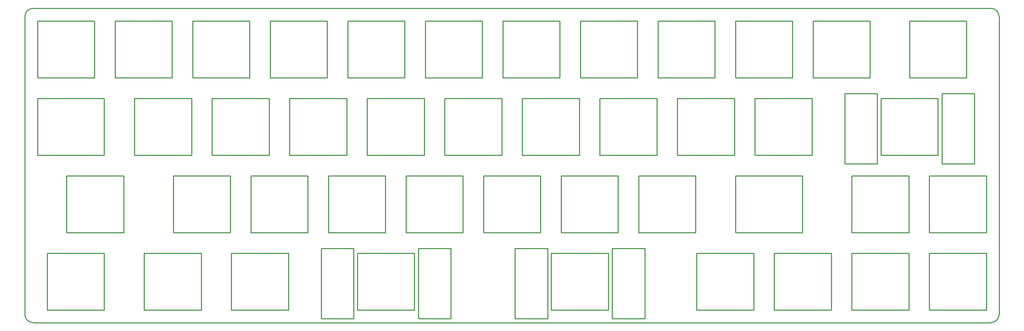
<source format=gko>
G04 Layer: BoardOutlineLayer*
G04 EasyEDA v6.5.42, 2024-05-12 21:09:34*
G04 1d647ef2606c44bcac5a4b3005b26544,156c37ef0924441e834bf69462bb4c55,10*
G04 Gerber Generator version 0.2*
G04 Scale: 100 percent, Rotated: No, Reflected: No *
G04 Dimensions in millimeters *
G04 leading zeros omitted , absolute positions ,4 integer and 5 decimal *
%FSLAX45Y45*%
%MOMM*%

%ADD10C,0.2540*%
D10*
X345498Y9808979D02*
G01*
X23874953Y9808979D01*
X24074950Y9608980D02*
G01*
X24074950Y2275994D01*
X23874953Y2075995D02*
G01*
X345498Y2075995D01*
X145498Y2275994D02*
G01*
X145498Y9608980D01*
G75*
G01*
X345498Y2075995D02*
G02*
X145499Y2275995I0J200000D01*
G75*
G01*
X145499Y9608980D02*
G02*
X345498Y9808980I199999J0D01*
G75*
G01*
X24074951Y2275997D02*
G02*
X23874951Y2075995I-200000J-2D01*
G75*
G01*
X23874954Y9808980D02*
G02*
X24074951Y9608980I-3J-200000D01*
X455376Y9501278D02*
G01*
X455376Y8100270D01*
X455376Y8100270D02*
G01*
X1856376Y8101274D01*
X1856376Y8101274D02*
G01*
X1856376Y9501278D01*
X1856376Y9501278D02*
G01*
X455376Y9501278D01*
X452799Y7596286D02*
G01*
X452799Y6195278D01*
X452799Y6195278D02*
G01*
X2093836Y6196284D01*
X2093836Y6196284D02*
G01*
X2093836Y7596286D01*
X2093836Y7596286D02*
G01*
X452799Y7596286D01*
X1171343Y5690290D02*
G01*
X1171343Y4289280D01*
X1171343Y4289280D02*
G01*
X2572341Y4290286D01*
X2572341Y4290286D02*
G01*
X2572341Y5690290D01*
X2572341Y5690290D02*
G01*
X1171343Y5690290D01*
X691342Y3784793D02*
G01*
X691342Y2383784D01*
X691342Y2383784D02*
G01*
X2092340Y2384790D01*
X2092340Y2384790D02*
G01*
X2092340Y3784793D01*
X2092340Y3784793D02*
G01*
X691342Y3784793D01*
X3073336Y3783792D02*
G01*
X3073336Y2382781D01*
X3073336Y2382781D02*
G01*
X4474334Y2383787D01*
X4474334Y2383787D02*
G01*
X4474334Y3783792D01*
X4474334Y3783792D02*
G01*
X3073336Y3783792D01*
X3790335Y5690788D02*
G01*
X3790335Y4289775D01*
X3790335Y4289775D02*
G01*
X5191333Y4290781D01*
X5191333Y4290781D02*
G01*
X5191333Y5690788D01*
X5191333Y5690788D02*
G01*
X3790335Y5690788D01*
X2836339Y7595786D02*
G01*
X2836339Y6194778D01*
X2836339Y6194778D02*
G01*
X4237337Y6195783D01*
X4237337Y6195783D02*
G01*
X4237337Y7595786D01*
X4237337Y7595786D02*
G01*
X2836339Y7595786D01*
X2360836Y9501281D02*
G01*
X2360836Y8100270D01*
X2360836Y8100270D02*
G01*
X3761836Y8101276D01*
X3761836Y8101276D02*
G01*
X3761836Y9501281D01*
X3761836Y9501281D02*
G01*
X2360836Y9501281D01*
X4265830Y9501281D02*
G01*
X4265830Y8100270D01*
X4265830Y8100270D02*
G01*
X5666828Y8101276D01*
X5666828Y8101276D02*
G01*
X5666828Y9501281D01*
X5666828Y9501281D02*
G01*
X4265830Y9501281D01*
X4741331Y7596281D02*
G01*
X4741331Y6195270D01*
X4741331Y6195270D02*
G01*
X6142329Y6196276D01*
X6142329Y6196276D02*
G01*
X6142329Y7596281D01*
X6142329Y7596281D02*
G01*
X4741331Y7596281D01*
X5695330Y5691289D02*
G01*
X5695330Y4290278D01*
X5695330Y4290278D02*
G01*
X7096328Y4291281D01*
X7096328Y4291281D02*
G01*
X7096328Y5691289D01*
X7096328Y5691289D02*
G01*
X5695330Y5691289D01*
X5217833Y3786294D02*
G01*
X5217833Y2385286D01*
X5217833Y2385286D02*
G01*
X6618831Y2386291D01*
X6618831Y2386291D02*
G01*
X6618831Y3786294D01*
X6618831Y3786294D02*
G01*
X5217833Y3786294D01*
X8312823Y3786286D02*
G01*
X8312823Y2385278D01*
X8312823Y2385278D02*
G01*
X9713821Y2386284D01*
X9713821Y2386284D02*
G01*
X9713821Y3786286D01*
X9713821Y3786286D02*
G01*
X8312823Y3786286D01*
X7600325Y5691289D02*
G01*
X7600325Y4290280D01*
X7600325Y4290280D02*
G01*
X9001323Y4291286D01*
X9001323Y4291286D02*
G01*
X9001323Y5691289D01*
X9001323Y5691289D02*
G01*
X7600325Y5691289D01*
X6646329Y7596286D02*
G01*
X6646329Y6195278D01*
X6646329Y6195278D02*
G01*
X8047327Y6196284D01*
X8047327Y6196284D02*
G01*
X8047327Y7596286D01*
X8047327Y7596286D02*
G01*
X6646329Y7596286D01*
X6170828Y9500783D02*
G01*
X6170828Y8099775D01*
X6170828Y8099775D02*
G01*
X7571826Y8100781D01*
X7571826Y8100781D02*
G01*
X7571826Y9500783D01*
X7571826Y9500783D02*
G01*
X6170828Y9500783D01*
X8075823Y9501278D02*
G01*
X8075823Y8100270D01*
X8075823Y8100270D02*
G01*
X9476821Y8101276D01*
X9476821Y8101276D02*
G01*
X9476821Y9501278D01*
X9476821Y9501278D02*
G01*
X8075823Y9501278D01*
X8551324Y7596286D02*
G01*
X8551324Y6195278D01*
X8551324Y6195278D02*
G01*
X9952321Y6196281D01*
X9952321Y6196281D02*
G01*
X9952321Y7596286D01*
X9952321Y7596286D02*
G01*
X8551324Y7596286D01*
X9505322Y5691289D02*
G01*
X9505322Y4290278D01*
X9505322Y4290278D02*
G01*
X10906320Y4291284D01*
X10906320Y4291284D02*
G01*
X10906320Y5691289D01*
X10906320Y5691289D02*
G01*
X9505322Y5691289D01*
X11410317Y5691289D02*
G01*
X11410317Y4290280D01*
X11410317Y4290280D02*
G01*
X12811315Y4291286D01*
X12811315Y4291286D02*
G01*
X12811315Y5691289D01*
X12811315Y5691289D02*
G01*
X11410317Y5691289D01*
X10456318Y7596286D02*
G01*
X10456318Y6195278D01*
X10456318Y6195278D02*
G01*
X11857316Y6196284D01*
X11857316Y6196284D02*
G01*
X11857316Y7596286D01*
X11857316Y7596286D02*
G01*
X10456318Y7596286D01*
X9980828Y9501278D02*
G01*
X9980828Y8100270D01*
X9980828Y8100270D02*
G01*
X11381826Y8101274D01*
X11381826Y8101274D02*
G01*
X11381826Y9501278D01*
X11381826Y9501278D02*
G01*
X9980828Y9501278D01*
X11885815Y9501273D02*
G01*
X11885815Y8100270D01*
X11885815Y8100270D02*
G01*
X13286813Y8101276D01*
X13286813Y8101276D02*
G01*
X13286813Y9501273D01*
X13286813Y9501273D02*
G01*
X11885815Y9501273D01*
X12361316Y7596286D02*
G01*
X12361316Y6195278D01*
X12361316Y6195278D02*
G01*
X13762314Y6196284D01*
X13762314Y6196284D02*
G01*
X13762314Y7596286D01*
X13762314Y7596286D02*
G01*
X12361316Y7596286D01*
X13315312Y5691281D02*
G01*
X13315312Y4290270D01*
X13315312Y4290270D02*
G01*
X14716310Y4291276D01*
X14716310Y4291276D02*
G01*
X14716310Y5691281D01*
X14716310Y5691281D02*
G01*
X13315312Y5691281D01*
X13075318Y3786291D02*
G01*
X13075318Y2385283D01*
X13075318Y2385283D02*
G01*
X14476323Y2386289D01*
X14476323Y2386289D02*
G01*
X14476323Y3786291D01*
X14476323Y3786291D02*
G01*
X13075318Y3786291D01*
X15220812Y5691289D02*
G01*
X15220812Y4290280D01*
X15220812Y4290280D02*
G01*
X16621810Y4291286D01*
X16621810Y4291286D02*
G01*
X16621810Y5691289D01*
X16621810Y5691289D02*
G01*
X15220812Y5691289D01*
X14266811Y7596284D02*
G01*
X14266811Y6195275D01*
X14266811Y6195275D02*
G01*
X15667809Y6196284D01*
X15667809Y6196284D02*
G01*
X15667809Y7596284D01*
X15667809Y7596284D02*
G01*
X14266811Y7596284D01*
X13790312Y9501781D02*
G01*
X13790312Y8100766D01*
X13790312Y8100766D02*
G01*
X15191310Y8101777D01*
X15191310Y8101777D02*
G01*
X15191310Y9501781D01*
X15191310Y9501781D02*
G01*
X13790312Y9501781D01*
X15695307Y9501278D02*
G01*
X15695307Y8100270D01*
X15695307Y8100270D02*
G01*
X17096305Y8101276D01*
X17096305Y8101276D02*
G01*
X17096305Y9501278D01*
X17096305Y9501278D02*
G01*
X15695307Y9501278D01*
X16171809Y7596281D02*
G01*
X16171809Y6195273D01*
X16171809Y6195273D02*
G01*
X17572807Y6196266D01*
X17572807Y6196266D02*
G01*
X17572807Y7596281D01*
X17572807Y7596281D02*
G01*
X16171809Y7596281D01*
X16647304Y3786291D02*
G01*
X16647304Y2385283D01*
X16647304Y2385283D02*
G01*
X18048307Y2386289D01*
X18048307Y2386289D02*
G01*
X18048307Y3786291D01*
X18048307Y3786291D02*
G01*
X16647304Y3786291D01*
X17601803Y5691289D02*
G01*
X17601803Y4290280D01*
X17601803Y4290280D02*
G01*
X19242760Y4291286D01*
X19242760Y4291286D02*
G01*
X19242760Y5691289D01*
X19242760Y5691289D02*
G01*
X17601803Y5691289D01*
X17600305Y9501278D02*
G01*
X17600305Y8100270D01*
X17600305Y8100270D02*
G01*
X19001303Y8101276D01*
X19001303Y8101276D02*
G01*
X19001303Y9501278D01*
X19001303Y9501278D02*
G01*
X17600305Y9501278D01*
X18076809Y7596284D02*
G01*
X18076809Y6195268D01*
X18076809Y6195268D02*
G01*
X19477807Y6196279D01*
X19477807Y6196279D02*
G01*
X19477807Y7596284D01*
X19477807Y7596284D02*
G01*
X18076809Y7596284D01*
X18552812Y3786273D02*
G01*
X18552812Y2385265D01*
X18552812Y2385265D02*
G01*
X19953803Y2386274D01*
X19953803Y2386274D02*
G01*
X19953803Y3786273D01*
X19953803Y3786273D02*
G01*
X18552812Y3786273D01*
X19505300Y9501278D02*
G01*
X19505300Y8100270D01*
X19505300Y8100270D02*
G01*
X20906298Y8101276D01*
X20906298Y8101276D02*
G01*
X20906298Y9501278D01*
X20906298Y9501278D02*
G01*
X19505300Y9501278D01*
X21873296Y9501781D02*
G01*
X21873296Y8100773D01*
X21873296Y8100773D02*
G01*
X23274294Y8101777D01*
X23274294Y8101777D02*
G01*
X23274294Y9501781D01*
X23274294Y9501781D02*
G01*
X21873296Y9501781D01*
X21171799Y7596786D02*
G01*
X21171799Y6195778D01*
X21171799Y6195778D02*
G01*
X22572797Y6196782D01*
X22572797Y6196782D02*
G01*
X22572797Y7596786D01*
X22572797Y7596786D02*
G01*
X21171799Y7596786D01*
X20458300Y5691784D02*
G01*
X20458300Y4290776D01*
X20458300Y4290776D02*
G01*
X21859298Y4291782D01*
X21859298Y4291782D02*
G01*
X21859298Y5691784D01*
X21859298Y5691784D02*
G01*
X20458300Y5691784D01*
X20457800Y3786245D02*
G01*
X20457800Y2385237D01*
X20457800Y2385237D02*
G01*
X21858798Y2386243D01*
X21858798Y2386243D02*
G01*
X21858798Y3786245D01*
X21858798Y3786245D02*
G01*
X20457800Y3786245D01*
X22363297Y5691286D02*
G01*
X22363297Y4290275D01*
X22363297Y4290275D02*
G01*
X23764295Y4291281D01*
X23764295Y4291281D02*
G01*
X23764295Y5691286D01*
X23764295Y5691286D02*
G01*
X22363297Y5691286D01*
X22362802Y3786291D02*
G01*
X22362802Y2385283D01*
X22362802Y2385283D02*
G01*
X23763798Y2386289D01*
X23763798Y2386289D02*
G01*
X23763798Y3786291D01*
X23763798Y3786291D02*
G01*
X22362802Y3786291D01*
X14574476Y3899992D02*
G01*
X14574476Y2174496D01*
X14574476Y2174496D02*
G01*
X15374475Y2174496D01*
X15374475Y2174496D02*
G01*
X15374475Y3899992D01*
X15374475Y3899992D02*
G01*
X14574476Y3899992D01*
X12186927Y3899992D02*
G01*
X12186927Y2174361D01*
X12186927Y2174361D02*
G01*
X12986926Y2174361D01*
X12986926Y2174361D02*
G01*
X12986926Y3899992D01*
X12986926Y3899992D02*
G01*
X12186927Y3899992D01*
X7424427Y3900124D02*
G01*
X7424427Y2174494D01*
X7424427Y2174494D02*
G01*
X8224426Y2174494D01*
X8224426Y2174494D02*
G01*
X8224426Y3900124D01*
X8224426Y3900124D02*
G01*
X7424427Y3900124D01*
X9811976Y3900124D02*
G01*
X9811976Y2174628D01*
X9811976Y2174628D02*
G01*
X10611975Y2174628D01*
X10611975Y2174628D02*
G01*
X10611975Y3900124D01*
X10611975Y3900124D02*
G01*
X9811976Y3900124D01*
X8312818Y3786423D02*
G01*
X8312818Y2385415D01*
X8312818Y2385415D02*
G01*
X9713823Y2386421D01*
X9713823Y2386421D02*
G01*
X9713823Y3786423D01*
X9713823Y3786423D02*
G01*
X8312818Y3786423D01*
X20283350Y7710520D02*
G01*
X20283350Y5984890D01*
X20283350Y5984890D02*
G01*
X21083348Y5984890D01*
X21083348Y5984890D02*
G01*
X21083348Y7710520D01*
X21083348Y7710520D02*
G01*
X20283350Y7710520D01*
X22670899Y7710520D02*
G01*
X22670899Y5985024D01*
X22670899Y5985024D02*
G01*
X23470897Y5985024D01*
X23470897Y5985024D02*
G01*
X23470897Y7710520D01*
X23470897Y7710520D02*
G01*
X22670899Y7710520D01*
X21171740Y7596819D02*
G01*
X21171740Y6195811D01*
X21171740Y6195811D02*
G01*
X22572746Y6196817D01*
X22572746Y6196817D02*
G01*
X22572746Y7596819D01*
X22572746Y7596819D02*
G01*
X21171740Y7596819D01*

%LPD*%
M02*

</source>
